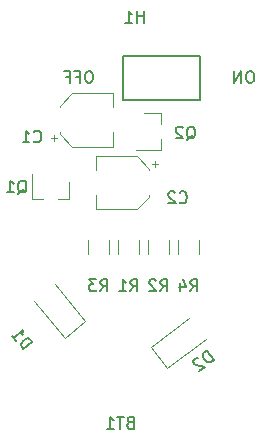
<source format=gbr>
G04 #@! TF.GenerationSoftware,KiCad,Pcbnew,(5.1.10)-1*
G04 #@! TF.CreationDate,2021-07-03T22:49:25-04:00*
G04 #@! TF.ProjectId,Sorting Hat,536f7274-696e-4672-9048-61742e6b6963,rev?*
G04 #@! TF.SameCoordinates,Original*
G04 #@! TF.FileFunction,Legend,Bot*
G04 #@! TF.FilePolarity,Positive*
%FSLAX46Y46*%
G04 Gerber Fmt 4.6, Leading zero omitted, Abs format (unit mm)*
G04 Created by KiCad (PCBNEW (5.1.10)-1) date 2021-07-03 22:49:25*
%MOMM*%
%LPD*%
G01*
G04 APERTURE LIST*
%ADD10C,0.120000*%
%ADD11C,0.152400*%
%ADD12C,0.150000*%
G04 APERTURE END LIST*
D10*
G04 #@! TO.C,Q1*
X146106000Y-76960000D02*
X145176000Y-76960000D01*
X142946000Y-76960000D02*
X143876000Y-76960000D01*
X142946000Y-76960000D02*
X142946000Y-74800000D01*
X146106000Y-76960000D02*
X146106000Y-75500000D01*
D11*
G04 #@! TO.C,SW1*
X150697001Y-68542000D02*
X150697001Y-64808000D01*
X157150999Y-68542000D02*
X150697001Y-68542000D01*
X157150999Y-64808000D02*
X157150999Y-68542000D01*
X150697001Y-64808000D02*
X157150999Y-64808000D01*
D10*
G04 #@! TO.C,C1*
X149834000Y-67987000D02*
X149834000Y-69187000D01*
X149834000Y-72507000D02*
X149834000Y-71307000D01*
X146378437Y-72507000D02*
X149834000Y-72507000D01*
X146378437Y-67987000D02*
X149834000Y-67987000D01*
X145314000Y-69051437D02*
X145314000Y-69187000D01*
X145314000Y-71442563D02*
X145314000Y-71307000D01*
X145314000Y-71442563D02*
X146378437Y-72507000D01*
X145314000Y-69051437D02*
X146378437Y-67987000D01*
X144574000Y-71807000D02*
X145074000Y-71807000D01*
X144824000Y-72057000D02*
X144824000Y-71557000D01*
G04 #@! TO.C,C2*
X153372000Y-73755000D02*
X153372000Y-74255000D01*
X153622000Y-74005000D02*
X153122000Y-74005000D01*
X152882000Y-76760563D02*
X151817563Y-77825000D01*
X152882000Y-74369437D02*
X151817563Y-73305000D01*
X152882000Y-74369437D02*
X152882000Y-74505000D01*
X152882000Y-76760563D02*
X152882000Y-76625000D01*
X151817563Y-77825000D02*
X148362000Y-77825000D01*
X151817563Y-73305000D02*
X148362000Y-73305000D01*
X148362000Y-73305000D02*
X148362000Y-74505000D01*
X148362000Y-77825000D02*
X148362000Y-76625000D01*
G04 #@! TO.C,D1*
X144875000Y-84150765D02*
X147484718Y-87260905D01*
X147484718Y-87260905D02*
X145745797Y-88720033D01*
X145745797Y-88720033D02*
X143136079Y-85609893D01*
G04 #@! TO.C,D2*
X153054297Y-89474014D02*
X156296757Y-87030645D01*
X154420417Y-91286916D02*
X153054297Y-89474014D01*
X157662877Y-88843547D02*
X154420417Y-91286916D01*
G04 #@! TO.C,Q2*
X153906000Y-69667000D02*
X153906000Y-70597000D01*
X153906000Y-72827000D02*
X153906000Y-71897000D01*
X153906000Y-72827000D02*
X151746000Y-72827000D01*
X153906000Y-69667000D02*
X152446000Y-69667000D01*
G04 #@! TO.C,R1*
X150220000Y-80423936D02*
X150220000Y-81628064D01*
X152040000Y-80423936D02*
X152040000Y-81628064D01*
G04 #@! TO.C,R2*
X154580000Y-80423936D02*
X154580000Y-81628064D01*
X152760000Y-80423936D02*
X152760000Y-81628064D01*
G04 #@! TO.C,R3*
X147680000Y-80423936D02*
X147680000Y-81628064D01*
X149500000Y-80423936D02*
X149500000Y-81628064D01*
G04 #@! TO.C,R4*
X157120000Y-80423936D02*
X157120000Y-81628064D01*
X155300000Y-80423936D02*
X155300000Y-81628064D01*
G04 #@! TO.C,Q1*
D12*
X141761238Y-76493619D02*
X141856476Y-76446000D01*
X141951714Y-76350761D01*
X142094571Y-76207904D01*
X142189809Y-76160285D01*
X142285047Y-76160285D01*
X142237428Y-76398380D02*
X142332666Y-76350761D01*
X142427904Y-76255523D01*
X142475523Y-76065047D01*
X142475523Y-75731714D01*
X142427904Y-75541238D01*
X142332666Y-75446000D01*
X142237428Y-75398380D01*
X142046952Y-75398380D01*
X141951714Y-75446000D01*
X141856476Y-75541238D01*
X141808857Y-75731714D01*
X141808857Y-76065047D01*
X141856476Y-76255523D01*
X141951714Y-76350761D01*
X142046952Y-76398380D01*
X142237428Y-76398380D01*
X140856476Y-76398380D02*
X141427904Y-76398380D01*
X141142190Y-76398380D02*
X141142190Y-75398380D01*
X141237428Y-75541238D01*
X141332666Y-75636476D01*
X141427904Y-75684095D01*
G04 #@! TO.C,SW1*
X161528047Y-66127380D02*
X161337571Y-66127380D01*
X161242333Y-66175000D01*
X161147095Y-66270238D01*
X161099476Y-66460714D01*
X161099476Y-66794047D01*
X161147095Y-66984523D01*
X161242333Y-67079761D01*
X161337571Y-67127380D01*
X161528047Y-67127380D01*
X161623285Y-67079761D01*
X161718523Y-66984523D01*
X161766142Y-66794047D01*
X161766142Y-66460714D01*
X161718523Y-66270238D01*
X161623285Y-66175000D01*
X161528047Y-66127380D01*
X160670904Y-67127380D02*
X160670904Y-66127380D01*
X160099476Y-67127380D01*
X160099476Y-66127380D01*
X147891380Y-66127380D02*
X147700904Y-66127380D01*
X147605666Y-66175000D01*
X147510428Y-66270238D01*
X147462809Y-66460714D01*
X147462809Y-66794047D01*
X147510428Y-66984523D01*
X147605666Y-67079761D01*
X147700904Y-67127380D01*
X147891380Y-67127380D01*
X147986619Y-67079761D01*
X148081857Y-66984523D01*
X148129476Y-66794047D01*
X148129476Y-66460714D01*
X148081857Y-66270238D01*
X147986619Y-66175000D01*
X147891380Y-66127380D01*
X146700904Y-66603571D02*
X147034238Y-66603571D01*
X147034238Y-67127380D02*
X147034238Y-66127380D01*
X146558047Y-66127380D01*
X145843761Y-66603571D02*
X146177095Y-66603571D01*
X146177095Y-67127380D02*
X146177095Y-66127380D01*
X145700904Y-66127380D01*
G04 #@! TO.C,BT1*
X151265714Y-95868571D02*
X151122857Y-95916190D01*
X151075238Y-95963809D01*
X151027619Y-96059047D01*
X151027619Y-96201904D01*
X151075238Y-96297142D01*
X151122857Y-96344761D01*
X151218095Y-96392380D01*
X151599047Y-96392380D01*
X151599047Y-95392380D01*
X151265714Y-95392380D01*
X151170476Y-95440000D01*
X151122857Y-95487619D01*
X151075238Y-95582857D01*
X151075238Y-95678095D01*
X151122857Y-95773333D01*
X151170476Y-95820952D01*
X151265714Y-95868571D01*
X151599047Y-95868571D01*
X150741904Y-95392380D02*
X150170476Y-95392380D01*
X150456190Y-96392380D02*
X150456190Y-95392380D01*
X149313333Y-96392380D02*
X149884761Y-96392380D01*
X149599047Y-96392380D02*
X149599047Y-95392380D01*
X149694285Y-95535238D01*
X149789523Y-95630476D01*
X149884761Y-95678095D01*
G04 #@! TO.C,C1*
X143126666Y-72067142D02*
X143174285Y-72114761D01*
X143317142Y-72162380D01*
X143412380Y-72162380D01*
X143555238Y-72114761D01*
X143650476Y-72019523D01*
X143698095Y-71924285D01*
X143745714Y-71733809D01*
X143745714Y-71590952D01*
X143698095Y-71400476D01*
X143650476Y-71305238D01*
X143555238Y-71210000D01*
X143412380Y-71162380D01*
X143317142Y-71162380D01*
X143174285Y-71210000D01*
X143126666Y-71257619D01*
X142174285Y-72162380D02*
X142745714Y-72162380D01*
X142460000Y-72162380D02*
X142460000Y-71162380D01*
X142555238Y-71305238D01*
X142650476Y-71400476D01*
X142745714Y-71448095D01*
G04 #@! TO.C,C2*
X155456666Y-77217142D02*
X155504285Y-77264761D01*
X155647142Y-77312380D01*
X155742380Y-77312380D01*
X155885238Y-77264761D01*
X155980476Y-77169523D01*
X156028095Y-77074285D01*
X156075714Y-76883809D01*
X156075714Y-76740952D01*
X156028095Y-76550476D01*
X155980476Y-76455238D01*
X155885238Y-76360000D01*
X155742380Y-76312380D01*
X155647142Y-76312380D01*
X155504285Y-76360000D01*
X155456666Y-76407619D01*
X155075714Y-76407619D02*
X155028095Y-76360000D01*
X154932857Y-76312380D01*
X154694761Y-76312380D01*
X154599523Y-76360000D01*
X154551904Y-76407619D01*
X154504285Y-76502857D01*
X154504285Y-76598095D01*
X154551904Y-76740952D01*
X155123333Y-77312380D01*
X154504285Y-77312380D01*
G04 #@! TO.C,D1*
X142237894Y-89676199D02*
X143003939Y-89033412D01*
X142850894Y-88851020D01*
X142722589Y-88772194D01*
X142588414Y-88760455D01*
X142484849Y-88785195D01*
X142308327Y-88871152D01*
X142198892Y-88962979D01*
X142083587Y-89121893D01*
X142041240Y-89219589D01*
X142029501Y-89353764D01*
X142084849Y-89493808D01*
X142237894Y-89676199D01*
X141258408Y-88508893D02*
X141625715Y-88946633D01*
X141442062Y-88727763D02*
X142208106Y-88084976D01*
X142159889Y-88249759D01*
X142148150Y-88383933D01*
X142172890Y-88487499D01*
G04 #@! TO.C,D2*
X158341718Y-90595090D02*
X157739903Y-89796455D01*
X157549752Y-89939744D01*
X157464319Y-90063748D01*
X157445574Y-90197124D01*
X157464860Y-90301842D01*
X157541461Y-90482621D01*
X157627434Y-90596712D01*
X157780096Y-90720175D01*
X157875442Y-90767578D01*
X158008818Y-90786323D01*
X158151567Y-90738379D01*
X158341718Y-90595090D01*
X157036614Y-90445672D02*
X156969926Y-90436300D01*
X156865207Y-90455585D01*
X156675056Y-90598875D01*
X156627653Y-90694221D01*
X156618281Y-90760909D01*
X156637566Y-90865627D01*
X156694882Y-90941688D01*
X156818886Y-91027121D01*
X157619143Y-91139589D01*
X157124750Y-91512142D01*
G04 #@! TO.C,Q2*
X156051238Y-71921619D02*
X156146476Y-71874000D01*
X156241714Y-71778761D01*
X156384571Y-71635904D01*
X156479809Y-71588285D01*
X156575047Y-71588285D01*
X156527428Y-71826380D02*
X156622666Y-71778761D01*
X156717904Y-71683523D01*
X156765523Y-71493047D01*
X156765523Y-71159714D01*
X156717904Y-70969238D01*
X156622666Y-70874000D01*
X156527428Y-70826380D01*
X156336952Y-70826380D01*
X156241714Y-70874000D01*
X156146476Y-70969238D01*
X156098857Y-71159714D01*
X156098857Y-71493047D01*
X156146476Y-71683523D01*
X156241714Y-71778761D01*
X156336952Y-71826380D01*
X156527428Y-71826380D01*
X155717904Y-70921619D02*
X155670285Y-70874000D01*
X155575047Y-70826380D01*
X155336952Y-70826380D01*
X155241714Y-70874000D01*
X155194095Y-70921619D01*
X155146476Y-71016857D01*
X155146476Y-71112095D01*
X155194095Y-71254952D01*
X155765523Y-71826380D01*
X155146476Y-71826380D01*
G04 #@! TO.C,R1*
X151296666Y-84760380D02*
X151630000Y-84284190D01*
X151868095Y-84760380D02*
X151868095Y-83760380D01*
X151487142Y-83760380D01*
X151391904Y-83808000D01*
X151344285Y-83855619D01*
X151296666Y-83950857D01*
X151296666Y-84093714D01*
X151344285Y-84188952D01*
X151391904Y-84236571D01*
X151487142Y-84284190D01*
X151868095Y-84284190D01*
X150344285Y-84760380D02*
X150915714Y-84760380D01*
X150630000Y-84760380D02*
X150630000Y-83760380D01*
X150725238Y-83903238D01*
X150820476Y-83998476D01*
X150915714Y-84046095D01*
G04 #@! TO.C,R2*
X153836666Y-84760380D02*
X154170000Y-84284190D01*
X154408095Y-84760380D02*
X154408095Y-83760380D01*
X154027142Y-83760380D01*
X153931904Y-83808000D01*
X153884285Y-83855619D01*
X153836666Y-83950857D01*
X153836666Y-84093714D01*
X153884285Y-84188952D01*
X153931904Y-84236571D01*
X154027142Y-84284190D01*
X154408095Y-84284190D01*
X153455714Y-83855619D02*
X153408095Y-83808000D01*
X153312857Y-83760380D01*
X153074761Y-83760380D01*
X152979523Y-83808000D01*
X152931904Y-83855619D01*
X152884285Y-83950857D01*
X152884285Y-84046095D01*
X152931904Y-84188952D01*
X153503333Y-84760380D01*
X152884285Y-84760380D01*
G04 #@! TO.C,R3*
X148756666Y-84760380D02*
X149090000Y-84284190D01*
X149328095Y-84760380D02*
X149328095Y-83760380D01*
X148947142Y-83760380D01*
X148851904Y-83808000D01*
X148804285Y-83855619D01*
X148756666Y-83950857D01*
X148756666Y-84093714D01*
X148804285Y-84188952D01*
X148851904Y-84236571D01*
X148947142Y-84284190D01*
X149328095Y-84284190D01*
X148423333Y-83760380D02*
X147804285Y-83760380D01*
X148137619Y-84141333D01*
X147994761Y-84141333D01*
X147899523Y-84188952D01*
X147851904Y-84236571D01*
X147804285Y-84331809D01*
X147804285Y-84569904D01*
X147851904Y-84665142D01*
X147899523Y-84712761D01*
X147994761Y-84760380D01*
X148280476Y-84760380D01*
X148375714Y-84712761D01*
X148423333Y-84665142D01*
G04 #@! TO.C,R4*
X156376666Y-84760380D02*
X156710000Y-84284190D01*
X156948095Y-84760380D02*
X156948095Y-83760380D01*
X156567142Y-83760380D01*
X156471904Y-83808000D01*
X156424285Y-83855619D01*
X156376666Y-83950857D01*
X156376666Y-84093714D01*
X156424285Y-84188952D01*
X156471904Y-84236571D01*
X156567142Y-84284190D01*
X156948095Y-84284190D01*
X155519523Y-84093714D02*
X155519523Y-84760380D01*
X155757619Y-83712761D02*
X155995714Y-84427047D01*
X155376666Y-84427047D01*
G04 #@! TO.C,H1*
X152425304Y-62021980D02*
X152425304Y-61021980D01*
X152425304Y-61498171D02*
X151853876Y-61498171D01*
X151853876Y-62021980D02*
X151853876Y-61021980D01*
X150853876Y-62021980D02*
X151425304Y-62021980D01*
X151139590Y-62021980D02*
X151139590Y-61021980D01*
X151234828Y-61164838D01*
X151330066Y-61260076D01*
X151425304Y-61307695D01*
G04 #@! TD*
M02*

</source>
